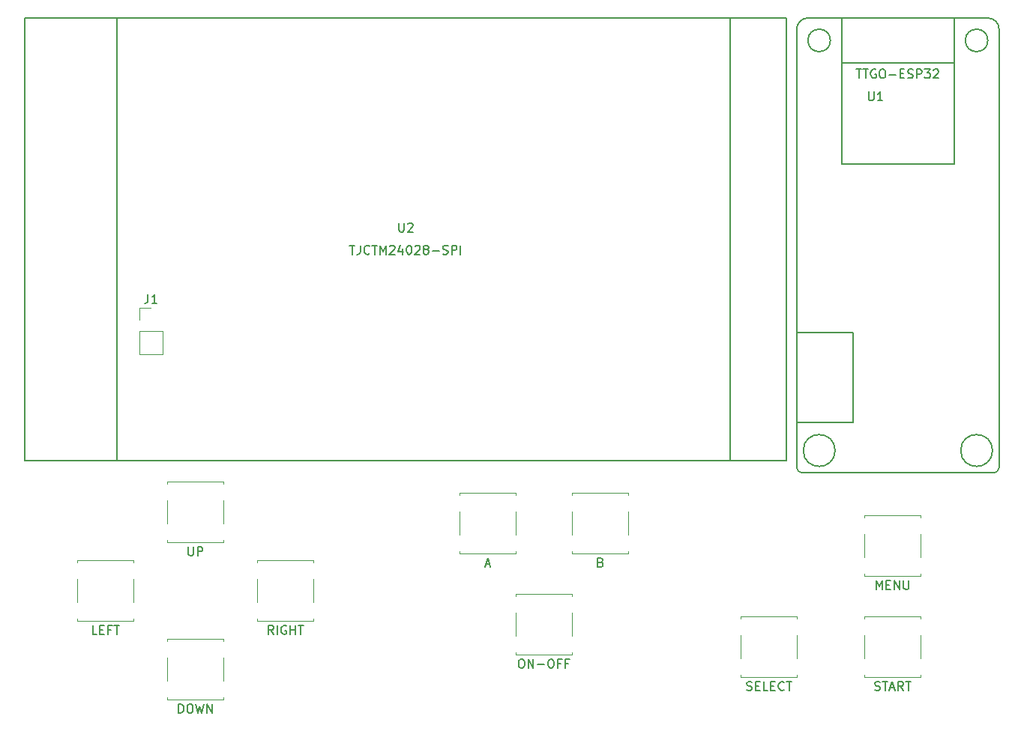
<source format=gbr>
G04 #@! TF.GenerationSoftware,KiCad,Pcbnew,(5.1.0)-1*
G04 #@! TF.CreationDate,2019-05-06T19:17:54+02:00*
G04 #@! TF.ProjectId,NesEMU,4e657345-4d55-42e6-9b69-6361645f7063,rev?*
G04 #@! TF.SameCoordinates,Original*
G04 #@! TF.FileFunction,Legend,Top*
G04 #@! TF.FilePolarity,Positive*
%FSLAX46Y46*%
G04 Gerber Fmt 4.6, Leading zero omitted, Abs format (unit mm)*
G04 Created by KiCad (PCBNEW (5.1.0)-1) date 2019-05-06 19:17:54*
%MOMM*%
%LPD*%
G04 APERTURE LIST*
%ADD10C,0.120000*%
%ADD11C,0.150000*%
G04 APERTURE END LIST*
D10*
X90186200Y-93793000D02*
X91516200Y-93793000D01*
X90186200Y-95123000D02*
X90186200Y-93793000D01*
X92846200Y-96393000D02*
X90186200Y-96393000D01*
X92846200Y-98993000D02*
X92846200Y-96393000D01*
X90186200Y-98993000D02*
X92846200Y-98993000D01*
X90186200Y-96393000D02*
X90186200Y-98993000D01*
X99670000Y-115540000D02*
X99670000Y-118140000D01*
X93370000Y-120290000D02*
X93370000Y-120040000D01*
X99670000Y-120290000D02*
X93370000Y-120290000D01*
X99670000Y-120040000D02*
X99670000Y-120290000D01*
X93370000Y-118140000D02*
X93370000Y-115540000D01*
X99670000Y-113390000D02*
X99670000Y-113640000D01*
X93370000Y-113390000D02*
X99670000Y-113390000D01*
X93370000Y-113640000D02*
X93370000Y-113390000D01*
X93370000Y-131420000D02*
X93370000Y-131170000D01*
X93370000Y-131170000D02*
X99670000Y-131170000D01*
X99670000Y-131170000D02*
X99670000Y-131420000D01*
X93370000Y-135920000D02*
X93370000Y-133320000D01*
X99670000Y-137820000D02*
X99670000Y-138070000D01*
X99670000Y-138070000D02*
X93370000Y-138070000D01*
X93370000Y-138070000D02*
X93370000Y-137820000D01*
X99670000Y-133320000D02*
X99670000Y-135920000D01*
X89510000Y-124430000D02*
X89510000Y-127030000D01*
X83210000Y-129180000D02*
X83210000Y-128930000D01*
X89510000Y-129180000D02*
X83210000Y-129180000D01*
X89510000Y-128930000D02*
X89510000Y-129180000D01*
X83210000Y-127030000D02*
X83210000Y-124430000D01*
X89510000Y-122280000D02*
X89510000Y-122530000D01*
X83210000Y-122280000D02*
X89510000Y-122280000D01*
X83210000Y-122530000D02*
X83210000Y-122280000D01*
X145390000Y-116810000D02*
X145390000Y-119410000D01*
X139090000Y-121560000D02*
X139090000Y-121310000D01*
X145390000Y-121560000D02*
X139090000Y-121560000D01*
X145390000Y-121310000D02*
X145390000Y-121560000D01*
X139090000Y-119410000D02*
X139090000Y-116810000D01*
X145390000Y-114660000D02*
X145390000Y-114910000D01*
X139090000Y-114660000D02*
X145390000Y-114660000D01*
X139090000Y-114910000D02*
X139090000Y-114660000D01*
X103530000Y-122530000D02*
X103530000Y-122280000D01*
X103530000Y-122280000D02*
X109830000Y-122280000D01*
X109830000Y-122280000D02*
X109830000Y-122530000D01*
X103530000Y-127030000D02*
X103530000Y-124430000D01*
X109830000Y-128930000D02*
X109830000Y-129180000D01*
X109830000Y-129180000D02*
X103530000Y-129180000D01*
X103530000Y-129180000D02*
X103530000Y-128930000D01*
X109830000Y-124430000D02*
X109830000Y-127030000D01*
X139040000Y-128240000D02*
X139040000Y-130840000D01*
X132740000Y-132990000D02*
X132740000Y-132740000D01*
X139040000Y-132990000D02*
X132740000Y-132990000D01*
X139040000Y-132740000D02*
X139040000Y-132990000D01*
X132740000Y-130840000D02*
X132740000Y-128240000D01*
X139040000Y-126090000D02*
X139040000Y-126340000D01*
X132740000Y-126090000D02*
X139040000Y-126090000D01*
X132740000Y-126340000D02*
X132740000Y-126090000D01*
X172110000Y-117450000D02*
X172110000Y-117200000D01*
X172110000Y-117200000D02*
X178410000Y-117200000D01*
X178410000Y-117200000D02*
X178410000Y-117450000D01*
X172110000Y-121950000D02*
X172110000Y-119350000D01*
X178410000Y-123850000D02*
X178410000Y-124100000D01*
X178410000Y-124100000D02*
X172110000Y-124100000D01*
X172110000Y-124100000D02*
X172110000Y-123850000D01*
X178410000Y-119350000D02*
X178410000Y-121950000D01*
X164440000Y-130780000D02*
X164440000Y-133380000D01*
X158140000Y-135530000D02*
X158140000Y-135280000D01*
X164440000Y-135530000D02*
X158140000Y-135530000D01*
X164440000Y-135280000D02*
X164440000Y-135530000D01*
X158140000Y-133380000D02*
X158140000Y-130780000D01*
X164440000Y-128630000D02*
X164440000Y-128880000D01*
X158140000Y-128630000D02*
X164440000Y-128630000D01*
X158140000Y-128880000D02*
X158140000Y-128630000D01*
X126390000Y-114910000D02*
X126390000Y-114660000D01*
X126390000Y-114660000D02*
X132690000Y-114660000D01*
X132690000Y-114660000D02*
X132690000Y-114910000D01*
X126390000Y-119410000D02*
X126390000Y-116810000D01*
X132690000Y-121310000D02*
X132690000Y-121560000D01*
X132690000Y-121560000D02*
X126390000Y-121560000D01*
X126390000Y-121560000D02*
X126390000Y-121310000D01*
X132690000Y-116810000D02*
X132690000Y-119410000D01*
X172110000Y-128880000D02*
X172110000Y-128630000D01*
X172110000Y-128630000D02*
X178410000Y-128630000D01*
X178410000Y-128630000D02*
X178410000Y-128880000D01*
X172110000Y-133380000D02*
X172110000Y-130780000D01*
X178410000Y-135280000D02*
X178410000Y-135530000D01*
X178410000Y-135530000D02*
X172110000Y-135530000D01*
X172110000Y-135530000D02*
X172110000Y-135280000D01*
X178410000Y-130780000D02*
X178410000Y-133380000D01*
D11*
X164441001Y-111809601D02*
G75*
G03X165076001Y-112444601I635000J0D01*
G01*
X186666001Y-112444601D02*
G75*
G03X187301001Y-111809601I0J635000D01*
G01*
X165076001Y-112444601D02*
X186666001Y-112444601D01*
X164441001Y-96569601D02*
X170791001Y-96569601D01*
X170791001Y-96569601D02*
X170791001Y-106729601D01*
X170791001Y-106729601D02*
X164441001Y-106729601D01*
X169521001Y-66089601D02*
X169521001Y-77519601D01*
X169521001Y-77519601D02*
X182221001Y-77519601D01*
X182221001Y-77519601D02*
X182221001Y-66089601D01*
X169521001Y-61009601D02*
X169521001Y-66089601D01*
X169521001Y-66089601D02*
X182221001Y-66089601D01*
X182221001Y-66089601D02*
X182221001Y-61009601D01*
X186557052Y-109904601D02*
G75*
G03X186557052Y-109904601I-1796051J0D01*
G01*
X168777052Y-109904601D02*
G75*
G03X168777052Y-109904601I-1796051J0D01*
G01*
X168251001Y-63549601D02*
G75*
G03X168251001Y-63549601I-1270000J0D01*
G01*
X186031001Y-63549601D02*
G75*
G03X186031001Y-63549601I-1270000J0D01*
G01*
X187301001Y-62279601D02*
G75*
G03X186031001Y-61009601I-1270000J0D01*
G01*
X165711001Y-61009601D02*
G75*
G03X164441001Y-62279601I0J-1270000D01*
G01*
X165711001Y-61009601D02*
X186031001Y-61009601D01*
X164441001Y-62279601D02*
X164441001Y-111809601D01*
X187301001Y-111809601D02*
X187301001Y-62279601D01*
X163291001Y-61009601D02*
X77291001Y-61009601D01*
X163291001Y-111009601D02*
X163291001Y-61009601D01*
X77291001Y-111009601D02*
X163291001Y-111009601D01*
X77291001Y-61009601D02*
X77291001Y-111009601D01*
X156891001Y-61009601D02*
X156891001Y-111009601D01*
X87691001Y-61009601D02*
X87691001Y-111009601D01*
X91182866Y-92245380D02*
X91182866Y-92959666D01*
X91135247Y-93102523D01*
X91040009Y-93197761D01*
X90897152Y-93245380D01*
X90801914Y-93245380D01*
X92182866Y-93245380D02*
X91611438Y-93245380D01*
X91897152Y-93245380D02*
X91897152Y-92245380D01*
X91801914Y-92388238D01*
X91706676Y-92483476D01*
X91611438Y-92531095D01*
X95734285Y-120792380D02*
X95734285Y-121601904D01*
X95781904Y-121697142D01*
X95829523Y-121744761D01*
X95924761Y-121792380D01*
X96115238Y-121792380D01*
X96210476Y-121744761D01*
X96258095Y-121697142D01*
X96305714Y-121601904D01*
X96305714Y-120792380D01*
X96781904Y-121792380D02*
X96781904Y-120792380D01*
X97162857Y-120792380D01*
X97258095Y-120840000D01*
X97305714Y-120887619D01*
X97353333Y-120982857D01*
X97353333Y-121125714D01*
X97305714Y-121220952D01*
X97258095Y-121268571D01*
X97162857Y-121316190D01*
X96781904Y-121316190D01*
X94639047Y-139572380D02*
X94639047Y-138572380D01*
X94877142Y-138572380D01*
X95020000Y-138620000D01*
X95115238Y-138715238D01*
X95162857Y-138810476D01*
X95210476Y-139000952D01*
X95210476Y-139143809D01*
X95162857Y-139334285D01*
X95115238Y-139429523D01*
X95020000Y-139524761D01*
X94877142Y-139572380D01*
X94639047Y-139572380D01*
X95829523Y-138572380D02*
X96020000Y-138572380D01*
X96115238Y-138620000D01*
X96210476Y-138715238D01*
X96258095Y-138905714D01*
X96258095Y-139239047D01*
X96210476Y-139429523D01*
X96115238Y-139524761D01*
X96020000Y-139572380D01*
X95829523Y-139572380D01*
X95734285Y-139524761D01*
X95639047Y-139429523D01*
X95591428Y-139239047D01*
X95591428Y-138905714D01*
X95639047Y-138715238D01*
X95734285Y-138620000D01*
X95829523Y-138572380D01*
X96591428Y-138572380D02*
X96829523Y-139572380D01*
X97020000Y-138858095D01*
X97210476Y-139572380D01*
X97448571Y-138572380D01*
X97829523Y-139572380D02*
X97829523Y-138572380D01*
X98400952Y-139572380D01*
X98400952Y-138572380D01*
X85407619Y-130682380D02*
X84931428Y-130682380D01*
X84931428Y-129682380D01*
X85740952Y-130158571D02*
X86074285Y-130158571D01*
X86217142Y-130682380D02*
X85740952Y-130682380D01*
X85740952Y-129682380D01*
X86217142Y-129682380D01*
X86979047Y-130158571D02*
X86645714Y-130158571D01*
X86645714Y-130682380D02*
X86645714Y-129682380D01*
X87121904Y-129682380D01*
X87360000Y-129682380D02*
X87931428Y-129682380D01*
X87645714Y-130682380D02*
X87645714Y-129682380D01*
X142311428Y-122538571D02*
X142454285Y-122586190D01*
X142501904Y-122633809D01*
X142549523Y-122729047D01*
X142549523Y-122871904D01*
X142501904Y-122967142D01*
X142454285Y-123014761D01*
X142359047Y-123062380D01*
X141978095Y-123062380D01*
X141978095Y-122062380D01*
X142311428Y-122062380D01*
X142406666Y-122110000D01*
X142454285Y-122157619D01*
X142501904Y-122252857D01*
X142501904Y-122348095D01*
X142454285Y-122443333D01*
X142406666Y-122490952D01*
X142311428Y-122538571D01*
X141978095Y-122538571D01*
X105346666Y-130682380D02*
X105013333Y-130206190D01*
X104775238Y-130682380D02*
X104775238Y-129682380D01*
X105156190Y-129682380D01*
X105251428Y-129730000D01*
X105299047Y-129777619D01*
X105346666Y-129872857D01*
X105346666Y-130015714D01*
X105299047Y-130110952D01*
X105251428Y-130158571D01*
X105156190Y-130206190D01*
X104775238Y-130206190D01*
X105775238Y-130682380D02*
X105775238Y-129682380D01*
X106775238Y-129730000D02*
X106680000Y-129682380D01*
X106537142Y-129682380D01*
X106394285Y-129730000D01*
X106299047Y-129825238D01*
X106251428Y-129920476D01*
X106203809Y-130110952D01*
X106203809Y-130253809D01*
X106251428Y-130444285D01*
X106299047Y-130539523D01*
X106394285Y-130634761D01*
X106537142Y-130682380D01*
X106632380Y-130682380D01*
X106775238Y-130634761D01*
X106822857Y-130587142D01*
X106822857Y-130253809D01*
X106632380Y-130253809D01*
X107251428Y-130682380D02*
X107251428Y-129682380D01*
X107251428Y-130158571D02*
X107822857Y-130158571D01*
X107822857Y-130682380D02*
X107822857Y-129682380D01*
X108156190Y-129682380D02*
X108727619Y-129682380D01*
X108441904Y-130682380D02*
X108441904Y-129682380D01*
X133270952Y-133492380D02*
X133461428Y-133492380D01*
X133556666Y-133540000D01*
X133651904Y-133635238D01*
X133699523Y-133825714D01*
X133699523Y-134159047D01*
X133651904Y-134349523D01*
X133556666Y-134444761D01*
X133461428Y-134492380D01*
X133270952Y-134492380D01*
X133175714Y-134444761D01*
X133080476Y-134349523D01*
X133032857Y-134159047D01*
X133032857Y-133825714D01*
X133080476Y-133635238D01*
X133175714Y-133540000D01*
X133270952Y-133492380D01*
X134128095Y-134492380D02*
X134128095Y-133492380D01*
X134699523Y-134492380D01*
X134699523Y-133492380D01*
X135175714Y-134111428D02*
X135937619Y-134111428D01*
X136604285Y-133492380D02*
X136794761Y-133492380D01*
X136890000Y-133540000D01*
X136985238Y-133635238D01*
X137032857Y-133825714D01*
X137032857Y-134159047D01*
X136985238Y-134349523D01*
X136890000Y-134444761D01*
X136794761Y-134492380D01*
X136604285Y-134492380D01*
X136509047Y-134444761D01*
X136413809Y-134349523D01*
X136366190Y-134159047D01*
X136366190Y-133825714D01*
X136413809Y-133635238D01*
X136509047Y-133540000D01*
X136604285Y-133492380D01*
X137794761Y-133968571D02*
X137461428Y-133968571D01*
X137461428Y-134492380D02*
X137461428Y-133492380D01*
X137937619Y-133492380D01*
X138651904Y-133968571D02*
X138318571Y-133968571D01*
X138318571Y-134492380D02*
X138318571Y-133492380D01*
X138794761Y-133492380D01*
X173426666Y-125602380D02*
X173426666Y-124602380D01*
X173760000Y-125316666D01*
X174093333Y-124602380D01*
X174093333Y-125602380D01*
X174569523Y-125078571D02*
X174902857Y-125078571D01*
X175045714Y-125602380D02*
X174569523Y-125602380D01*
X174569523Y-124602380D01*
X175045714Y-124602380D01*
X175474285Y-125602380D02*
X175474285Y-124602380D01*
X176045714Y-125602380D01*
X176045714Y-124602380D01*
X176521904Y-124602380D02*
X176521904Y-125411904D01*
X176569523Y-125507142D01*
X176617142Y-125554761D01*
X176712380Y-125602380D01*
X176902857Y-125602380D01*
X176998095Y-125554761D01*
X177045714Y-125507142D01*
X177093333Y-125411904D01*
X177093333Y-124602380D01*
X158813809Y-136984761D02*
X158956666Y-137032380D01*
X159194761Y-137032380D01*
X159290000Y-136984761D01*
X159337619Y-136937142D01*
X159385238Y-136841904D01*
X159385238Y-136746666D01*
X159337619Y-136651428D01*
X159290000Y-136603809D01*
X159194761Y-136556190D01*
X159004285Y-136508571D01*
X158909047Y-136460952D01*
X158861428Y-136413333D01*
X158813809Y-136318095D01*
X158813809Y-136222857D01*
X158861428Y-136127619D01*
X158909047Y-136080000D01*
X159004285Y-136032380D01*
X159242380Y-136032380D01*
X159385238Y-136080000D01*
X159813809Y-136508571D02*
X160147142Y-136508571D01*
X160290000Y-137032380D02*
X159813809Y-137032380D01*
X159813809Y-136032380D01*
X160290000Y-136032380D01*
X161194761Y-137032380D02*
X160718571Y-137032380D01*
X160718571Y-136032380D01*
X161528095Y-136508571D02*
X161861428Y-136508571D01*
X162004285Y-137032380D02*
X161528095Y-137032380D01*
X161528095Y-136032380D01*
X162004285Y-136032380D01*
X163004285Y-136937142D02*
X162956666Y-136984761D01*
X162813809Y-137032380D01*
X162718571Y-137032380D01*
X162575714Y-136984761D01*
X162480476Y-136889523D01*
X162432857Y-136794285D01*
X162385238Y-136603809D01*
X162385238Y-136460952D01*
X162432857Y-136270476D01*
X162480476Y-136175238D01*
X162575714Y-136080000D01*
X162718571Y-136032380D01*
X162813809Y-136032380D01*
X162956666Y-136080000D01*
X163004285Y-136127619D01*
X163290000Y-136032380D02*
X163861428Y-136032380D01*
X163575714Y-137032380D02*
X163575714Y-136032380D01*
X129301904Y-122776666D02*
X129778095Y-122776666D01*
X129206666Y-123062380D02*
X129540000Y-122062380D01*
X129873333Y-123062380D01*
X173283809Y-136984761D02*
X173426666Y-137032380D01*
X173664761Y-137032380D01*
X173760000Y-136984761D01*
X173807619Y-136937142D01*
X173855238Y-136841904D01*
X173855238Y-136746666D01*
X173807619Y-136651428D01*
X173760000Y-136603809D01*
X173664761Y-136556190D01*
X173474285Y-136508571D01*
X173379047Y-136460952D01*
X173331428Y-136413333D01*
X173283809Y-136318095D01*
X173283809Y-136222857D01*
X173331428Y-136127619D01*
X173379047Y-136080000D01*
X173474285Y-136032380D01*
X173712380Y-136032380D01*
X173855238Y-136080000D01*
X174140952Y-136032380D02*
X174712380Y-136032380D01*
X174426666Y-137032380D02*
X174426666Y-136032380D01*
X174998095Y-136746666D02*
X175474285Y-136746666D01*
X174902857Y-137032380D02*
X175236190Y-136032380D01*
X175569523Y-137032380D01*
X176474285Y-137032380D02*
X176140952Y-136556190D01*
X175902857Y-137032380D02*
X175902857Y-136032380D01*
X176283809Y-136032380D01*
X176379047Y-136080000D01*
X176426666Y-136127619D01*
X176474285Y-136222857D01*
X176474285Y-136365714D01*
X176426666Y-136460952D01*
X176379047Y-136508571D01*
X176283809Y-136556190D01*
X175902857Y-136556190D01*
X176760000Y-136032380D02*
X177331428Y-136032380D01*
X177045714Y-137032380D02*
X177045714Y-136032380D01*
X172569096Y-69351981D02*
X172569096Y-70161505D01*
X172616715Y-70256743D01*
X172664334Y-70304362D01*
X172759572Y-70351981D01*
X172950048Y-70351981D01*
X173045286Y-70304362D01*
X173092905Y-70256743D01*
X173140524Y-70161505D01*
X173140524Y-69351981D01*
X174140524Y-70351981D02*
X173569096Y-70351981D01*
X173854810Y-70351981D02*
X173854810Y-69351981D01*
X173759572Y-69494839D01*
X173664334Y-69590077D01*
X173569096Y-69637696D01*
X171180524Y-66811981D02*
X171751953Y-66811981D01*
X171466239Y-67811981D02*
X171466239Y-66811981D01*
X171942429Y-66811981D02*
X172513858Y-66811981D01*
X172228143Y-67811981D02*
X172228143Y-66811981D01*
X173371001Y-66859601D02*
X173275762Y-66811981D01*
X173132905Y-66811981D01*
X172990048Y-66859601D01*
X172894810Y-66954839D01*
X172847191Y-67050077D01*
X172799572Y-67240553D01*
X172799572Y-67383410D01*
X172847191Y-67573886D01*
X172894810Y-67669124D01*
X172990048Y-67764362D01*
X173132905Y-67811981D01*
X173228143Y-67811981D01*
X173371001Y-67764362D01*
X173418620Y-67716743D01*
X173418620Y-67383410D01*
X173228143Y-67383410D01*
X174037667Y-66811981D02*
X174228143Y-66811981D01*
X174323381Y-66859601D01*
X174418620Y-66954839D01*
X174466239Y-67145315D01*
X174466239Y-67478648D01*
X174418620Y-67669124D01*
X174323381Y-67764362D01*
X174228143Y-67811981D01*
X174037667Y-67811981D01*
X173942429Y-67764362D01*
X173847191Y-67669124D01*
X173799572Y-67478648D01*
X173799572Y-67145315D01*
X173847191Y-66954839D01*
X173942429Y-66859601D01*
X174037667Y-66811981D01*
X174894810Y-67431029D02*
X175656715Y-67431029D01*
X176132905Y-67288172D02*
X176466239Y-67288172D01*
X176609096Y-67811981D02*
X176132905Y-67811981D01*
X176132905Y-66811981D01*
X176609096Y-66811981D01*
X176990048Y-67764362D02*
X177132905Y-67811981D01*
X177371001Y-67811981D01*
X177466239Y-67764362D01*
X177513858Y-67716743D01*
X177561477Y-67621505D01*
X177561477Y-67526267D01*
X177513858Y-67431029D01*
X177466239Y-67383410D01*
X177371001Y-67335791D01*
X177180524Y-67288172D01*
X177085286Y-67240553D01*
X177037667Y-67192934D01*
X176990048Y-67097696D01*
X176990048Y-67002458D01*
X177037667Y-66907220D01*
X177085286Y-66859601D01*
X177180524Y-66811981D01*
X177418620Y-66811981D01*
X177561477Y-66859601D01*
X177990048Y-67811981D02*
X177990048Y-66811981D01*
X178371001Y-66811981D01*
X178466239Y-66859601D01*
X178513858Y-66907220D01*
X178561477Y-67002458D01*
X178561477Y-67145315D01*
X178513858Y-67240553D01*
X178466239Y-67288172D01*
X178371001Y-67335791D01*
X177990048Y-67335791D01*
X178894810Y-66811981D02*
X179513858Y-66811981D01*
X179180524Y-67192934D01*
X179323381Y-67192934D01*
X179418620Y-67240553D01*
X179466239Y-67288172D01*
X179513858Y-67383410D01*
X179513858Y-67621505D01*
X179466239Y-67716743D01*
X179418620Y-67764362D01*
X179323381Y-67811981D01*
X179037667Y-67811981D01*
X178942429Y-67764362D01*
X178894810Y-67716743D01*
X179894810Y-66907220D02*
X179942429Y-66859601D01*
X180037667Y-66811981D01*
X180275762Y-66811981D01*
X180371001Y-66859601D01*
X180418620Y-66907220D01*
X180466239Y-67002458D01*
X180466239Y-67097696D01*
X180418620Y-67240553D01*
X179847191Y-67811981D01*
X180466239Y-67811981D01*
X119529096Y-84191981D02*
X119529096Y-85001505D01*
X119576715Y-85096743D01*
X119624334Y-85144362D01*
X119719572Y-85191981D01*
X119910048Y-85191981D01*
X120005286Y-85144362D01*
X120052905Y-85096743D01*
X120100524Y-85001505D01*
X120100524Y-84191981D01*
X120529096Y-84287220D02*
X120576715Y-84239601D01*
X120671953Y-84191981D01*
X120910048Y-84191981D01*
X121005286Y-84239601D01*
X121052905Y-84287220D01*
X121100524Y-84382458D01*
X121100524Y-84477696D01*
X121052905Y-84620553D01*
X120481477Y-85191981D01*
X121100524Y-85191981D01*
X113957667Y-86731981D02*
X114529096Y-86731981D01*
X114243381Y-87731981D02*
X114243381Y-86731981D01*
X115148143Y-86731981D02*
X115148143Y-87446267D01*
X115100524Y-87589124D01*
X115005286Y-87684362D01*
X114862429Y-87731981D01*
X114767191Y-87731981D01*
X116195762Y-87636743D02*
X116148143Y-87684362D01*
X116005286Y-87731981D01*
X115910048Y-87731981D01*
X115767191Y-87684362D01*
X115671953Y-87589124D01*
X115624334Y-87493886D01*
X115576715Y-87303410D01*
X115576715Y-87160553D01*
X115624334Y-86970077D01*
X115671953Y-86874839D01*
X115767191Y-86779601D01*
X115910048Y-86731981D01*
X116005286Y-86731981D01*
X116148143Y-86779601D01*
X116195762Y-86827220D01*
X116481477Y-86731981D02*
X117052905Y-86731981D01*
X116767191Y-87731981D02*
X116767191Y-86731981D01*
X117386239Y-87731981D02*
X117386239Y-86731981D01*
X117719572Y-87446267D01*
X118052905Y-86731981D01*
X118052905Y-87731981D01*
X118481477Y-86827220D02*
X118529096Y-86779601D01*
X118624334Y-86731981D01*
X118862429Y-86731981D01*
X118957667Y-86779601D01*
X119005286Y-86827220D01*
X119052905Y-86922458D01*
X119052905Y-87017696D01*
X119005286Y-87160553D01*
X118433858Y-87731981D01*
X119052905Y-87731981D01*
X119910048Y-87065315D02*
X119910048Y-87731981D01*
X119671953Y-86684362D02*
X119433858Y-87398648D01*
X120052905Y-87398648D01*
X120624334Y-86731981D02*
X120719572Y-86731981D01*
X120814810Y-86779601D01*
X120862429Y-86827220D01*
X120910048Y-86922458D01*
X120957667Y-87112934D01*
X120957667Y-87351029D01*
X120910048Y-87541505D01*
X120862429Y-87636743D01*
X120814810Y-87684362D01*
X120719572Y-87731981D01*
X120624334Y-87731981D01*
X120529096Y-87684362D01*
X120481477Y-87636743D01*
X120433858Y-87541505D01*
X120386239Y-87351029D01*
X120386239Y-87112934D01*
X120433858Y-86922458D01*
X120481477Y-86827220D01*
X120529096Y-86779601D01*
X120624334Y-86731981D01*
X121338620Y-86827220D02*
X121386239Y-86779601D01*
X121481477Y-86731981D01*
X121719572Y-86731981D01*
X121814810Y-86779601D01*
X121862429Y-86827220D01*
X121910048Y-86922458D01*
X121910048Y-87017696D01*
X121862429Y-87160553D01*
X121291001Y-87731981D01*
X121910048Y-87731981D01*
X122481477Y-87160553D02*
X122386239Y-87112934D01*
X122338620Y-87065315D01*
X122291001Y-86970077D01*
X122291001Y-86922458D01*
X122338620Y-86827220D01*
X122386239Y-86779601D01*
X122481477Y-86731981D01*
X122671953Y-86731981D01*
X122767191Y-86779601D01*
X122814810Y-86827220D01*
X122862429Y-86922458D01*
X122862429Y-86970077D01*
X122814810Y-87065315D01*
X122767191Y-87112934D01*
X122671953Y-87160553D01*
X122481477Y-87160553D01*
X122386239Y-87208172D01*
X122338620Y-87255791D01*
X122291001Y-87351029D01*
X122291001Y-87541505D01*
X122338620Y-87636743D01*
X122386239Y-87684362D01*
X122481477Y-87731981D01*
X122671953Y-87731981D01*
X122767191Y-87684362D01*
X122814810Y-87636743D01*
X122862429Y-87541505D01*
X122862429Y-87351029D01*
X122814810Y-87255791D01*
X122767191Y-87208172D01*
X122671953Y-87160553D01*
X123291001Y-87351029D02*
X124052905Y-87351029D01*
X124481477Y-87684362D02*
X124624334Y-87731981D01*
X124862429Y-87731981D01*
X124957667Y-87684362D01*
X125005286Y-87636743D01*
X125052905Y-87541505D01*
X125052905Y-87446267D01*
X125005286Y-87351029D01*
X124957667Y-87303410D01*
X124862429Y-87255791D01*
X124671953Y-87208172D01*
X124576715Y-87160553D01*
X124529096Y-87112934D01*
X124481477Y-87017696D01*
X124481477Y-86922458D01*
X124529096Y-86827220D01*
X124576715Y-86779601D01*
X124671953Y-86731981D01*
X124910048Y-86731981D01*
X125052905Y-86779601D01*
X125481477Y-87731981D02*
X125481477Y-86731981D01*
X125862429Y-86731981D01*
X125957667Y-86779601D01*
X126005286Y-86827220D01*
X126052905Y-86922458D01*
X126052905Y-87065315D01*
X126005286Y-87160553D01*
X125957667Y-87208172D01*
X125862429Y-87255791D01*
X125481477Y-87255791D01*
X126481477Y-87731981D02*
X126481477Y-86731981D01*
M02*

</source>
